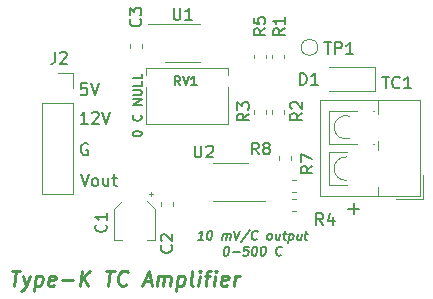
<source format=gbr>
%TF.GenerationSoftware,KiCad,Pcbnew,5.1.6-c6e7f7d~87~ubuntu18.04.1*%
%TF.CreationDate,2021-12-04T00:40:26-08:00*%
%TF.ProjectId,thermocouple-amp,74686572-6d6f-4636-9f75-706c652d616d,rev?*%
%TF.SameCoordinates,Original*%
%TF.FileFunction,Legend,Top*%
%TF.FilePolarity,Positive*%
%FSLAX46Y46*%
G04 Gerber Fmt 4.6, Leading zero omitted, Abs format (unit mm)*
G04 Created by KiCad (PCBNEW 5.1.6-c6e7f7d~87~ubuntu18.04.1) date 2021-12-04 00:40:26*
%MOMM*%
%LPD*%
G01*
G04 APERTURE LIST*
%ADD10C,0.127000*%
%ADD11C,0.190500*%
%ADD12C,0.150000*%
%ADD13C,0.228600*%
%ADD14C,0.120000*%
G04 APERTURE END LIST*
D10*
X151220714Y-96647000D02*
X151220714Y-96574428D01*
X151257000Y-96501857D01*
X151293285Y-96465571D01*
X151365857Y-96429285D01*
X151511000Y-96393000D01*
X151692428Y-96393000D01*
X151837571Y-96429285D01*
X151910142Y-96465571D01*
X151946428Y-96501857D01*
X151982714Y-96574428D01*
X151982714Y-96647000D01*
X151946428Y-96719571D01*
X151910142Y-96755857D01*
X151837571Y-96792142D01*
X151692428Y-96828428D01*
X151511000Y-96828428D01*
X151365857Y-96792142D01*
X151293285Y-96755857D01*
X151257000Y-96719571D01*
X151220714Y-96647000D01*
X151910142Y-95050428D02*
X151946428Y-95086714D01*
X151982714Y-95195571D01*
X151982714Y-95268142D01*
X151946428Y-95377000D01*
X151873857Y-95449571D01*
X151801285Y-95485857D01*
X151656142Y-95522142D01*
X151547285Y-95522142D01*
X151402142Y-95485857D01*
X151329571Y-95449571D01*
X151257000Y-95377000D01*
X151220714Y-95268142D01*
X151220714Y-95195571D01*
X151257000Y-95086714D01*
X151293285Y-95050428D01*
X151982714Y-94143285D02*
X151220714Y-94143285D01*
X151982714Y-93707857D01*
X151220714Y-93707857D01*
X151220714Y-93345000D02*
X151837571Y-93345000D01*
X151910142Y-93308714D01*
X151946428Y-93272428D01*
X151982714Y-93199857D01*
X151982714Y-93054714D01*
X151946428Y-92982142D01*
X151910142Y-92945857D01*
X151837571Y-92909571D01*
X151220714Y-92909571D01*
X151982714Y-92183857D02*
X151982714Y-92546714D01*
X151220714Y-92546714D01*
X151982714Y-91567000D02*
X151982714Y-91929857D01*
X151220714Y-91929857D01*
D11*
X169442190Y-102960714D02*
X170409809Y-102960714D01*
X169926000Y-103444523D02*
X169926000Y-102476904D01*
X157179905Y-105595964D02*
X156744477Y-105595964D01*
X156962191Y-105595964D02*
X157057441Y-104833964D01*
X156971262Y-104942821D01*
X156889620Y-105015392D01*
X156812512Y-105051678D01*
X157746870Y-104833964D02*
X157819441Y-104833964D01*
X157887477Y-104870250D01*
X157919227Y-104906535D01*
X157946441Y-104979107D01*
X157964584Y-105124250D01*
X157941905Y-105305678D01*
X157887477Y-105450821D01*
X157842120Y-105523392D01*
X157801298Y-105559678D01*
X157724191Y-105595964D01*
X157651620Y-105595964D01*
X157583584Y-105559678D01*
X157551834Y-105523392D01*
X157524620Y-105450821D01*
X157506477Y-105305678D01*
X157529155Y-105124250D01*
X157583584Y-104979107D01*
X157628941Y-104906535D01*
X157669762Y-104870250D01*
X157746870Y-104833964D01*
X158812762Y-105595964D02*
X158876262Y-105087964D01*
X158867191Y-105160535D02*
X158908012Y-105124250D01*
X158985120Y-105087964D01*
X159093977Y-105087964D01*
X159162012Y-105124250D01*
X159189227Y-105196821D01*
X159139334Y-105595964D01*
X159189227Y-105196821D02*
X159234584Y-105124250D01*
X159311691Y-105087964D01*
X159420548Y-105087964D01*
X159488584Y-105124250D01*
X159515798Y-105196821D01*
X159465905Y-105595964D01*
X159815155Y-104833964D02*
X159973905Y-105595964D01*
X160323155Y-104833964D01*
X161125977Y-104797678D02*
X160350370Y-105777392D01*
X161724691Y-105523392D02*
X161683870Y-105559678D01*
X161570477Y-105595964D01*
X161497905Y-105595964D01*
X161393584Y-105559678D01*
X161330084Y-105487107D01*
X161302870Y-105414535D01*
X161284727Y-105269392D01*
X161298334Y-105160535D01*
X161352762Y-105015392D01*
X161398120Y-104942821D01*
X161479762Y-104870250D01*
X161593155Y-104833964D01*
X161665727Y-104833964D01*
X161770048Y-104870250D01*
X161801798Y-104906535D01*
X162731620Y-105595964D02*
X162663584Y-105559678D01*
X162631834Y-105523392D01*
X162604620Y-105450821D01*
X162631834Y-105233107D01*
X162677191Y-105160535D01*
X162718012Y-105124250D01*
X162795120Y-105087964D01*
X162903977Y-105087964D01*
X162972012Y-105124250D01*
X163003762Y-105160535D01*
X163030977Y-105233107D01*
X163003762Y-105450821D01*
X162958405Y-105523392D01*
X162917584Y-105559678D01*
X162840477Y-105595964D01*
X162731620Y-105595964D01*
X163702262Y-105087964D02*
X163638762Y-105595964D01*
X163375691Y-105087964D02*
X163325798Y-105487107D01*
X163353012Y-105559678D01*
X163421048Y-105595964D01*
X163529905Y-105595964D01*
X163607012Y-105559678D01*
X163647834Y-105523392D01*
X163956262Y-105087964D02*
X164246548Y-105087964D01*
X164096870Y-104833964D02*
X164015227Y-105487107D01*
X164042441Y-105559678D01*
X164110477Y-105595964D01*
X164183048Y-105595964D01*
X164500548Y-105087964D02*
X164405298Y-105849964D01*
X164496012Y-105124250D02*
X164573120Y-105087964D01*
X164718262Y-105087964D01*
X164786298Y-105124250D01*
X164818048Y-105160535D01*
X164845262Y-105233107D01*
X164818048Y-105450821D01*
X164772691Y-105523392D01*
X164731870Y-105559678D01*
X164654762Y-105595964D01*
X164509620Y-105595964D01*
X164441584Y-105559678D01*
X165516548Y-105087964D02*
X165453048Y-105595964D01*
X165189977Y-105087964D02*
X165140084Y-105487107D01*
X165167298Y-105559678D01*
X165235334Y-105595964D01*
X165344191Y-105595964D01*
X165421298Y-105559678D01*
X165462120Y-105523392D01*
X165770548Y-105087964D02*
X166060834Y-105087964D01*
X165911155Y-104833964D02*
X165829512Y-105487107D01*
X165856727Y-105559678D01*
X165924762Y-105595964D01*
X165997334Y-105595964D01*
X159162012Y-106167464D02*
X159234584Y-106167464D01*
X159302620Y-106203750D01*
X159334370Y-106240035D01*
X159361584Y-106312607D01*
X159379727Y-106457750D01*
X159357048Y-106639178D01*
X159302620Y-106784321D01*
X159257262Y-106856892D01*
X159216441Y-106893178D01*
X159139334Y-106929464D01*
X159066762Y-106929464D01*
X158998727Y-106893178D01*
X158966977Y-106856892D01*
X158939762Y-106784321D01*
X158921620Y-106639178D01*
X158944298Y-106457750D01*
X158998727Y-106312607D01*
X159044084Y-106240035D01*
X159084905Y-106203750D01*
X159162012Y-106167464D01*
X159683620Y-106639178D02*
X160264191Y-106639178D01*
X161048870Y-106167464D02*
X160686012Y-106167464D01*
X160604370Y-106530321D01*
X160645191Y-106494035D01*
X160722298Y-106457750D01*
X160903727Y-106457750D01*
X160971762Y-106494035D01*
X161003512Y-106530321D01*
X161030727Y-106602892D01*
X161008048Y-106784321D01*
X160962691Y-106856892D01*
X160921870Y-106893178D01*
X160844762Y-106929464D01*
X160663334Y-106929464D01*
X160595298Y-106893178D01*
X160563548Y-106856892D01*
X161556870Y-106167464D02*
X161629441Y-106167464D01*
X161697477Y-106203750D01*
X161729227Y-106240035D01*
X161756441Y-106312607D01*
X161774584Y-106457750D01*
X161751905Y-106639178D01*
X161697477Y-106784321D01*
X161652120Y-106856892D01*
X161611298Y-106893178D01*
X161534191Y-106929464D01*
X161461620Y-106929464D01*
X161393584Y-106893178D01*
X161361834Y-106856892D01*
X161334620Y-106784321D01*
X161316477Y-106639178D01*
X161339155Y-106457750D01*
X161393584Y-106312607D01*
X161438941Y-106240035D01*
X161479762Y-106203750D01*
X161556870Y-106167464D01*
X162282584Y-106167464D02*
X162355155Y-106167464D01*
X162423191Y-106203750D01*
X162454941Y-106240035D01*
X162482155Y-106312607D01*
X162500298Y-106457750D01*
X162477620Y-106639178D01*
X162423191Y-106784321D01*
X162377834Y-106856892D01*
X162337012Y-106893178D01*
X162259905Y-106929464D01*
X162187334Y-106929464D01*
X162119298Y-106893178D01*
X162087548Y-106856892D01*
X162060334Y-106784321D01*
X162042191Y-106639178D01*
X162064870Y-106457750D01*
X162119298Y-106312607D01*
X162164655Y-106240035D01*
X162205477Y-106203750D01*
X162282584Y-106167464D01*
X163792977Y-106856892D02*
X163752155Y-106893178D01*
X163638762Y-106929464D01*
X163566191Y-106929464D01*
X163461870Y-106893178D01*
X163398370Y-106820607D01*
X163371155Y-106748035D01*
X163353012Y-106602892D01*
X163366620Y-106494035D01*
X163421048Y-106348892D01*
X163466405Y-106276321D01*
X163548048Y-106203750D01*
X163661441Y-106167464D01*
X163734012Y-106167464D01*
X163838334Y-106203750D01*
X163870084Y-106240035D01*
D12*
X147404104Y-97467800D02*
X147308866Y-97420180D01*
X147166009Y-97420180D01*
X147023152Y-97467800D01*
X146927914Y-97563038D01*
X146880295Y-97658276D01*
X146832676Y-97848752D01*
X146832676Y-97991609D01*
X146880295Y-98182085D01*
X146927914Y-98277323D01*
X147023152Y-98372561D01*
X147166009Y-98420180D01*
X147261247Y-98420180D01*
X147404104Y-98372561D01*
X147451723Y-98324942D01*
X147451723Y-97991609D01*
X147261247Y-97991609D01*
X147412152Y-95753180D02*
X146840723Y-95753180D01*
X147126438Y-95753180D02*
X147126438Y-94753180D01*
X147031200Y-94896038D01*
X146935961Y-94991276D01*
X146840723Y-95038895D01*
X147793104Y-94848419D02*
X147840723Y-94800800D01*
X147935961Y-94753180D01*
X148174057Y-94753180D01*
X148269295Y-94800800D01*
X148316914Y-94848419D01*
X148364533Y-94943657D01*
X148364533Y-95038895D01*
X148316914Y-95181752D01*
X147745485Y-95753180D01*
X148364533Y-95753180D01*
X148650247Y-94753180D02*
X148983580Y-95753180D01*
X149316914Y-94753180D01*
D13*
X140974482Y-108194323D02*
X141700197Y-108194323D01*
X141178589Y-109464323D02*
X141337339Y-108194323D01*
X141949661Y-108617657D02*
X142146208Y-109464323D01*
X142554423Y-108617657D02*
X142146208Y-109464323D01*
X141987458Y-109766704D01*
X141919423Y-109827180D01*
X141790911Y-109887657D01*
X143038232Y-108617657D02*
X142879482Y-109887657D01*
X143030673Y-108678133D02*
X143159185Y-108617657D01*
X143401089Y-108617657D01*
X143514482Y-108678133D01*
X143567399Y-108738609D01*
X143612756Y-108859561D01*
X143567399Y-109222419D01*
X143491804Y-109343371D01*
X143423768Y-109403847D01*
X143295256Y-109464323D01*
X143053351Y-109464323D01*
X142939958Y-109403847D01*
X144572816Y-109403847D02*
X144444304Y-109464323D01*
X144202399Y-109464323D01*
X144089006Y-109403847D01*
X144043649Y-109282895D01*
X144104125Y-108799085D01*
X144179720Y-108678133D01*
X144308232Y-108617657D01*
X144550137Y-108617657D01*
X144663530Y-108678133D01*
X144708887Y-108799085D01*
X144693768Y-108920038D01*
X144073887Y-109040990D01*
X145230494Y-108980514D02*
X146198113Y-108980514D01*
X146742399Y-109464323D02*
X146901149Y-108194323D01*
X147468113Y-109464323D02*
X147014542Y-108738609D01*
X147626863Y-108194323D02*
X146810435Y-108920038D01*
X148957339Y-108194323D02*
X149683054Y-108194323D01*
X149161447Y-109464323D02*
X149320197Y-108194323D01*
X150688470Y-109343371D02*
X150620435Y-109403847D01*
X150431447Y-109464323D01*
X150310494Y-109464323D01*
X150136625Y-109403847D01*
X150030792Y-109282895D01*
X149985435Y-109161942D01*
X149955197Y-108920038D01*
X149977875Y-108738609D01*
X150068589Y-108496704D01*
X150144185Y-108375752D01*
X150280256Y-108254800D01*
X150469244Y-108194323D01*
X150590197Y-108194323D01*
X150764066Y-108254800D01*
X150816982Y-108315276D01*
X152170137Y-109101466D02*
X152774899Y-109101466D01*
X152003828Y-109464323D02*
X152585911Y-108194323D01*
X152850494Y-109464323D01*
X153273828Y-109464323D02*
X153379661Y-108617657D01*
X153364542Y-108738609D02*
X153432578Y-108678133D01*
X153561089Y-108617657D01*
X153742518Y-108617657D01*
X153855911Y-108678133D01*
X153901268Y-108799085D01*
X153818113Y-109464323D01*
X153901268Y-108799085D02*
X153976863Y-108678133D01*
X154105375Y-108617657D01*
X154286804Y-108617657D01*
X154400197Y-108678133D01*
X154445554Y-108799085D01*
X154362399Y-109464323D01*
X155072994Y-108617657D02*
X154914244Y-109887657D01*
X155065435Y-108678133D02*
X155193947Y-108617657D01*
X155435851Y-108617657D01*
X155549244Y-108678133D01*
X155602161Y-108738609D01*
X155647518Y-108859561D01*
X155602161Y-109222419D01*
X155526566Y-109343371D01*
X155458530Y-109403847D01*
X155330018Y-109464323D01*
X155088113Y-109464323D01*
X154974720Y-109403847D01*
X156297637Y-109464323D02*
X156184244Y-109403847D01*
X156138887Y-109282895D01*
X156274958Y-108194323D01*
X156781447Y-109464323D02*
X156887280Y-108617657D01*
X156940197Y-108194323D02*
X156872161Y-108254800D01*
X156925078Y-108315276D01*
X156993113Y-108254800D01*
X156940197Y-108194323D01*
X156925078Y-108315276D01*
X157310613Y-108617657D02*
X157794423Y-108617657D01*
X157386208Y-109464323D02*
X157522280Y-108375752D01*
X157597875Y-108254800D01*
X157726387Y-108194323D01*
X157847339Y-108194323D01*
X158111923Y-109464323D02*
X158217756Y-108617657D01*
X158270673Y-108194323D02*
X158202637Y-108254800D01*
X158255554Y-108315276D01*
X158323589Y-108254800D01*
X158270673Y-108194323D01*
X158255554Y-108315276D01*
X159208054Y-109403847D02*
X159079542Y-109464323D01*
X158837637Y-109464323D01*
X158724244Y-109403847D01*
X158678887Y-109282895D01*
X158739363Y-108799085D01*
X158814958Y-108678133D01*
X158943470Y-108617657D01*
X159185375Y-108617657D01*
X159298768Y-108678133D01*
X159344125Y-108799085D01*
X159329006Y-108920038D01*
X158709125Y-109040990D01*
X159805256Y-109464323D02*
X159911089Y-108617657D01*
X159880851Y-108859561D02*
X159956447Y-108738609D01*
X160024482Y-108678133D01*
X160152994Y-108617657D01*
X160273947Y-108617657D01*
D12*
X147332723Y-92340180D02*
X146856533Y-92340180D01*
X146808914Y-92816371D01*
X146856533Y-92768752D01*
X146951771Y-92721133D01*
X147189866Y-92721133D01*
X147285104Y-92768752D01*
X147332723Y-92816371D01*
X147380342Y-92911609D01*
X147380342Y-93149704D01*
X147332723Y-93244942D01*
X147285104Y-93292561D01*
X147189866Y-93340180D01*
X146951771Y-93340180D01*
X146856533Y-93292561D01*
X146808914Y-93244942D01*
X147666057Y-92340180D02*
X147999390Y-93340180D01*
X148332723Y-92340180D01*
X146812190Y-100036380D02*
X147145523Y-101036380D01*
X147478857Y-100036380D01*
X147955047Y-101036380D02*
X147859809Y-100988761D01*
X147812190Y-100941142D01*
X147764571Y-100845904D01*
X147764571Y-100560190D01*
X147812190Y-100464952D01*
X147859809Y-100417333D01*
X147955047Y-100369714D01*
X148097904Y-100369714D01*
X148193142Y-100417333D01*
X148240761Y-100464952D01*
X148288380Y-100560190D01*
X148288380Y-100845904D01*
X148240761Y-100941142D01*
X148193142Y-100988761D01*
X148097904Y-101036380D01*
X147955047Y-101036380D01*
X149145523Y-100369714D02*
X149145523Y-101036380D01*
X148716952Y-100369714D02*
X148716952Y-100893523D01*
X148764571Y-100988761D01*
X148859809Y-101036380D01*
X149002666Y-101036380D01*
X149097904Y-100988761D01*
X149145523Y-100941142D01*
X149478857Y-100369714D02*
X149859809Y-100369714D01*
X149621714Y-100036380D02*
X149621714Y-100893523D01*
X149669333Y-100988761D01*
X149764571Y-101036380D01*
X149859809Y-101036380D01*
D14*
%TO.C,U1*%
X155448000Y-90560800D02*
X156948000Y-90560800D01*
X155448000Y-90560800D02*
X153948000Y-90560800D01*
X155448000Y-87340800D02*
X156948000Y-87340800D01*
X155448000Y-87340800D02*
X152523000Y-87340800D01*
%TO.C,U2*%
X159512000Y-99101000D02*
X158012000Y-99101000D01*
X159512000Y-99101000D02*
X161012000Y-99101000D01*
X159512000Y-102321000D02*
X158012000Y-102321000D01*
X159512000Y-102321000D02*
X162437000Y-102321000D01*
%TO.C,TP1*%
X166892200Y-89306400D02*
G75*
G03*
X166892200Y-89306400I-700000J0D01*
G01*
%TO.C,TC1*%
X169608033Y-97007915D02*
G75*
G02*
X169607800Y-95128000I-342233J939915D01*
G01*
X169336366Y-100565890D02*
G75*
G02*
X169334800Y-98570000I-70566J997890D01*
G01*
X171966800Y-101878000D02*
X171966800Y-101108000D01*
X171966800Y-98028000D02*
X171966800Y-97201000D01*
X171966800Y-94934000D02*
X171966800Y-93758000D01*
X167105800Y-101878000D02*
X167105800Y-93758000D01*
X175525800Y-101878000D02*
X175525800Y-93758000D01*
X167105800Y-101878000D02*
X175525800Y-101878000D01*
X167105800Y-93758000D02*
X175525800Y-93758000D01*
X167865800Y-100968000D02*
X167865800Y-98168000D01*
X167865800Y-100968000D02*
X169325800Y-100968000D01*
X167865800Y-98168000D02*
X169325800Y-98168000D01*
X167865800Y-97468000D02*
X167865800Y-94668000D01*
X171615800Y-97468000D02*
X171615800Y-97467000D01*
X171615800Y-94668000D02*
X171615800Y-94668000D01*
X167865800Y-97468000D02*
X170176800Y-97468000D01*
X171554800Y-97468000D02*
X171615800Y-97468000D01*
X167865800Y-94668000D02*
X170176800Y-94668000D01*
X171554800Y-94668000D02*
X171615800Y-94668000D01*
X173525800Y-102118000D02*
X175765800Y-102118000D01*
X175765800Y-102118000D02*
X175765800Y-100118000D01*
%TO.C,R8*%
X163574000Y-98841779D02*
X163574000Y-98516221D01*
X164594000Y-98841779D02*
X164594000Y-98516221D01*
%TO.C,R7*%
X165034179Y-101551200D02*
X164708621Y-101551200D01*
X165034179Y-100531200D02*
X164708621Y-100531200D01*
%TO.C,R5*%
X161491200Y-90231179D02*
X161491200Y-89905621D01*
X162511200Y-90231179D02*
X162511200Y-89905621D01*
%TO.C,R4*%
X164734021Y-102106000D02*
X165059579Y-102106000D01*
X164734021Y-103126000D02*
X165059579Y-103126000D01*
%TO.C,R3*%
X162511200Y-94579221D02*
X162511200Y-94904779D01*
X161491200Y-94579221D02*
X161491200Y-94904779D01*
%TO.C,R2*%
X163040600Y-94904779D02*
X163040600Y-94579221D01*
X164060600Y-94904779D02*
X164060600Y-94579221D01*
%TO.C,R1*%
X163015200Y-90231179D02*
X163015200Y-89905621D01*
X164035200Y-90231179D02*
X164035200Y-89905621D01*
%TO.C,D1*%
X171718800Y-92998800D02*
X171718800Y-90998800D01*
X171718800Y-90998800D02*
X167818800Y-90998800D01*
X171718800Y-92998800D02*
X167818800Y-92998800D01*
%TO.C,C2*%
X153591800Y-102727979D02*
X153591800Y-102402421D01*
X154611800Y-102727979D02*
X154611800Y-102402421D01*
%TO.C,C1*%
X149598600Y-105646000D02*
X150298600Y-105646000D01*
X153118600Y-105646000D02*
X152418600Y-105646000D01*
X153118600Y-103015437D02*
X153118600Y-105646000D01*
X149598600Y-103015437D02*
X149598600Y-105646000D01*
X152418600Y-102315437D02*
X153118600Y-103015437D01*
X150298600Y-102315437D02*
X149598600Y-103015437D01*
X152793600Y-101511000D02*
X152793600Y-101886000D01*
X152981100Y-101698500D02*
X152606100Y-101698500D01*
%TO.C,RV1*%
X159329400Y-92646200D02*
X159329400Y-95751200D01*
X159329400Y-91011200D02*
X159329400Y-91656200D01*
X152379400Y-92646200D02*
X152379400Y-95751200D01*
X152379400Y-91011200D02*
X152379400Y-91656200D01*
X152379400Y-95751200D02*
X159329400Y-95751200D01*
X152379400Y-91011200D02*
X159329400Y-91011200D01*
%TO.C,C3*%
X150950200Y-89367579D02*
X150950200Y-89042021D01*
X151970200Y-89367579D02*
X151970200Y-89042021D01*
%TO.C,J2*%
X144856200Y-91430800D02*
X146186200Y-91430800D01*
X146186200Y-91430800D02*
X146186200Y-92760800D01*
X146186200Y-94030800D02*
X146186200Y-101710800D01*
X143526200Y-101710800D02*
X146186200Y-101710800D01*
X143526200Y-94030800D02*
X143526200Y-101710800D01*
X143526200Y-94030800D02*
X146186200Y-94030800D01*
%TO.C,U1*%
D12*
X154686095Y-85953180D02*
X154686095Y-86762704D01*
X154733714Y-86857942D01*
X154781333Y-86905561D01*
X154876571Y-86953180D01*
X155067047Y-86953180D01*
X155162285Y-86905561D01*
X155209904Y-86857942D01*
X155257523Y-86762704D01*
X155257523Y-85953180D01*
X156257523Y-86953180D02*
X155686095Y-86953180D01*
X155971809Y-86953180D02*
X155971809Y-85953180D01*
X155876571Y-86096038D01*
X155781333Y-86191276D01*
X155686095Y-86238895D01*
%TO.C,U2*%
X156464095Y-97623380D02*
X156464095Y-98432904D01*
X156511714Y-98528142D01*
X156559333Y-98575761D01*
X156654571Y-98623380D01*
X156845047Y-98623380D01*
X156940285Y-98575761D01*
X156987904Y-98528142D01*
X157035523Y-98432904D01*
X157035523Y-97623380D01*
X157464095Y-97718619D02*
X157511714Y-97671000D01*
X157606952Y-97623380D01*
X157845047Y-97623380D01*
X157940285Y-97671000D01*
X157987904Y-97718619D01*
X158035523Y-97813857D01*
X158035523Y-97909095D01*
X157987904Y-98051952D01*
X157416476Y-98623380D01*
X158035523Y-98623380D01*
%TO.C,TP1*%
X167444895Y-88860380D02*
X168016323Y-88860380D01*
X167730609Y-89860380D02*
X167730609Y-88860380D01*
X168349657Y-89860380D02*
X168349657Y-88860380D01*
X168730609Y-88860380D01*
X168825847Y-88908000D01*
X168873466Y-88955619D01*
X168921085Y-89050857D01*
X168921085Y-89193714D01*
X168873466Y-89288952D01*
X168825847Y-89336571D01*
X168730609Y-89384190D01*
X168349657Y-89384190D01*
X169873466Y-89860380D02*
X169302038Y-89860380D01*
X169587752Y-89860380D02*
X169587752Y-88860380D01*
X169492514Y-89003238D01*
X169397276Y-89098476D01*
X169302038Y-89146095D01*
%TO.C,TC1*%
X172347095Y-91781380D02*
X172918523Y-91781380D01*
X172632809Y-92781380D02*
X172632809Y-91781380D01*
X173823285Y-92686142D02*
X173775666Y-92733761D01*
X173632809Y-92781380D01*
X173537571Y-92781380D01*
X173394714Y-92733761D01*
X173299476Y-92638523D01*
X173251857Y-92543285D01*
X173204238Y-92352809D01*
X173204238Y-92209952D01*
X173251857Y-92019476D01*
X173299476Y-91924238D01*
X173394714Y-91829000D01*
X173537571Y-91781380D01*
X173632809Y-91781380D01*
X173775666Y-91829000D01*
X173823285Y-91876619D01*
X174775666Y-92781380D02*
X174204238Y-92781380D01*
X174489952Y-92781380D02*
X174489952Y-91781380D01*
X174394714Y-91924238D01*
X174299476Y-92019476D01*
X174204238Y-92067095D01*
%TO.C,R8*%
X161885333Y-98369380D02*
X161552000Y-97893190D01*
X161313904Y-98369380D02*
X161313904Y-97369380D01*
X161694857Y-97369380D01*
X161790095Y-97417000D01*
X161837714Y-97464619D01*
X161885333Y-97559857D01*
X161885333Y-97702714D01*
X161837714Y-97797952D01*
X161790095Y-97845571D01*
X161694857Y-97893190D01*
X161313904Y-97893190D01*
X162456761Y-97797952D02*
X162361523Y-97750333D01*
X162313904Y-97702714D01*
X162266285Y-97607476D01*
X162266285Y-97559857D01*
X162313904Y-97464619D01*
X162361523Y-97417000D01*
X162456761Y-97369380D01*
X162647238Y-97369380D01*
X162742476Y-97417000D01*
X162790095Y-97464619D01*
X162837714Y-97559857D01*
X162837714Y-97607476D01*
X162790095Y-97702714D01*
X162742476Y-97750333D01*
X162647238Y-97797952D01*
X162456761Y-97797952D01*
X162361523Y-97845571D01*
X162313904Y-97893190D01*
X162266285Y-97988428D01*
X162266285Y-98178904D01*
X162313904Y-98274142D01*
X162361523Y-98321761D01*
X162456761Y-98369380D01*
X162647238Y-98369380D01*
X162742476Y-98321761D01*
X162790095Y-98274142D01*
X162837714Y-98178904D01*
X162837714Y-97988428D01*
X162790095Y-97893190D01*
X162742476Y-97845571D01*
X162647238Y-97797952D01*
%TO.C,R7*%
X166441380Y-99353666D02*
X165965190Y-99687000D01*
X166441380Y-99925095D02*
X165441380Y-99925095D01*
X165441380Y-99544142D01*
X165489000Y-99448904D01*
X165536619Y-99401285D01*
X165631857Y-99353666D01*
X165774714Y-99353666D01*
X165869952Y-99401285D01*
X165917571Y-99448904D01*
X165965190Y-99544142D01*
X165965190Y-99925095D01*
X165441380Y-99020333D02*
X165441380Y-98353666D01*
X166441380Y-98782238D01*
%TO.C,R5*%
X162453580Y-87695066D02*
X161977390Y-88028400D01*
X162453580Y-88266495D02*
X161453580Y-88266495D01*
X161453580Y-87885542D01*
X161501200Y-87790304D01*
X161548819Y-87742685D01*
X161644057Y-87695066D01*
X161786914Y-87695066D01*
X161882152Y-87742685D01*
X161929771Y-87790304D01*
X161977390Y-87885542D01*
X161977390Y-88266495D01*
X161453580Y-86790304D02*
X161453580Y-87266495D01*
X161929771Y-87314114D01*
X161882152Y-87266495D01*
X161834533Y-87171257D01*
X161834533Y-86933161D01*
X161882152Y-86837923D01*
X161929771Y-86790304D01*
X162025009Y-86742685D01*
X162263104Y-86742685D01*
X162358342Y-86790304D01*
X162405961Y-86837923D01*
X162453580Y-86933161D01*
X162453580Y-87171257D01*
X162405961Y-87266495D01*
X162358342Y-87314114D01*
%TO.C,R4*%
X167346333Y-104338380D02*
X167013000Y-103862190D01*
X166774904Y-104338380D02*
X166774904Y-103338380D01*
X167155857Y-103338380D01*
X167251095Y-103386000D01*
X167298714Y-103433619D01*
X167346333Y-103528857D01*
X167346333Y-103671714D01*
X167298714Y-103766952D01*
X167251095Y-103814571D01*
X167155857Y-103862190D01*
X166774904Y-103862190D01*
X168203476Y-103671714D02*
X168203476Y-104338380D01*
X167965380Y-103290761D02*
X167727285Y-104005047D01*
X168346333Y-104005047D01*
%TO.C,R3*%
X161056580Y-94908666D02*
X160580390Y-95242000D01*
X161056580Y-95480095D02*
X160056580Y-95480095D01*
X160056580Y-95099142D01*
X160104200Y-95003904D01*
X160151819Y-94956285D01*
X160247057Y-94908666D01*
X160389914Y-94908666D01*
X160485152Y-94956285D01*
X160532771Y-95003904D01*
X160580390Y-95099142D01*
X160580390Y-95480095D01*
X160056580Y-94575333D02*
X160056580Y-93956285D01*
X160437533Y-94289619D01*
X160437533Y-94146761D01*
X160485152Y-94051523D01*
X160532771Y-94003904D01*
X160628009Y-93956285D01*
X160866104Y-93956285D01*
X160961342Y-94003904D01*
X161008961Y-94051523D01*
X161056580Y-94146761D01*
X161056580Y-94432476D01*
X161008961Y-94527714D01*
X160961342Y-94575333D01*
%TO.C,R2*%
X165577780Y-94857866D02*
X165101590Y-95191200D01*
X165577780Y-95429295D02*
X164577780Y-95429295D01*
X164577780Y-95048342D01*
X164625400Y-94953104D01*
X164673019Y-94905485D01*
X164768257Y-94857866D01*
X164911114Y-94857866D01*
X165006352Y-94905485D01*
X165053971Y-94953104D01*
X165101590Y-95048342D01*
X165101590Y-95429295D01*
X164673019Y-94476914D02*
X164625400Y-94429295D01*
X164577780Y-94334057D01*
X164577780Y-94095961D01*
X164625400Y-94000723D01*
X164673019Y-93953104D01*
X164768257Y-93905485D01*
X164863495Y-93905485D01*
X165006352Y-93953104D01*
X165577780Y-94524533D01*
X165577780Y-93905485D01*
%TO.C,R1*%
X164104580Y-87695066D02*
X163628390Y-88028400D01*
X164104580Y-88266495D02*
X163104580Y-88266495D01*
X163104580Y-87885542D01*
X163152200Y-87790304D01*
X163199819Y-87742685D01*
X163295057Y-87695066D01*
X163437914Y-87695066D01*
X163533152Y-87742685D01*
X163580771Y-87790304D01*
X163628390Y-87885542D01*
X163628390Y-88266495D01*
X164104580Y-86742685D02*
X164104580Y-87314114D01*
X164104580Y-87028400D02*
X163104580Y-87028400D01*
X163247438Y-87123638D01*
X163342676Y-87218876D01*
X163390295Y-87314114D01*
%TO.C,D1*%
X165377904Y-92476580D02*
X165377904Y-91476580D01*
X165616000Y-91476580D01*
X165758857Y-91524200D01*
X165854095Y-91619438D01*
X165901714Y-91714676D01*
X165949333Y-91905152D01*
X165949333Y-92048009D01*
X165901714Y-92238485D01*
X165854095Y-92333723D01*
X165758857Y-92428961D01*
X165616000Y-92476580D01*
X165377904Y-92476580D01*
X166901714Y-92476580D02*
X166330285Y-92476580D01*
X166616000Y-92476580D02*
X166616000Y-91476580D01*
X166520761Y-91619438D01*
X166425523Y-91714676D01*
X166330285Y-91762295D01*
%TO.C,C2*%
X154484342Y-106059266D02*
X154531961Y-106106885D01*
X154579580Y-106249742D01*
X154579580Y-106344980D01*
X154531961Y-106487838D01*
X154436723Y-106583076D01*
X154341485Y-106630695D01*
X154151009Y-106678314D01*
X154008152Y-106678314D01*
X153817676Y-106630695D01*
X153722438Y-106583076D01*
X153627200Y-106487838D01*
X153579580Y-106344980D01*
X153579580Y-106249742D01*
X153627200Y-106106885D01*
X153674819Y-106059266D01*
X153674819Y-105678314D02*
X153627200Y-105630695D01*
X153579580Y-105535457D01*
X153579580Y-105297361D01*
X153627200Y-105202123D01*
X153674819Y-105154504D01*
X153770057Y-105106885D01*
X153865295Y-105106885D01*
X154008152Y-105154504D01*
X154579580Y-105725933D01*
X154579580Y-105106885D01*
%TO.C,C1*%
X148947142Y-104306666D02*
X148994761Y-104354285D01*
X149042380Y-104497142D01*
X149042380Y-104592380D01*
X148994761Y-104735238D01*
X148899523Y-104830476D01*
X148804285Y-104878095D01*
X148613809Y-104925714D01*
X148470952Y-104925714D01*
X148280476Y-104878095D01*
X148185238Y-104830476D01*
X148090000Y-104735238D01*
X148042380Y-104592380D01*
X148042380Y-104497142D01*
X148090000Y-104354285D01*
X148137619Y-104306666D01*
X149042380Y-103354285D02*
X149042380Y-103925714D01*
X149042380Y-103640000D02*
X148042380Y-103640000D01*
X148185238Y-103735238D01*
X148280476Y-103830476D01*
X148328095Y-103925714D01*
%TO.C,RV1*%
X155248428Y-92495914D02*
X154994428Y-92133057D01*
X154813000Y-92495914D02*
X154813000Y-91733914D01*
X155103285Y-91733914D01*
X155175857Y-91770200D01*
X155212142Y-91806485D01*
X155248428Y-91879057D01*
X155248428Y-91987914D01*
X155212142Y-92060485D01*
X155175857Y-92096771D01*
X155103285Y-92133057D01*
X154813000Y-92133057D01*
X155466142Y-91733914D02*
X155720142Y-92495914D01*
X155974142Y-91733914D01*
X156627285Y-92495914D02*
X156191857Y-92495914D01*
X156409571Y-92495914D02*
X156409571Y-91733914D01*
X156337000Y-91842771D01*
X156264428Y-91915342D01*
X156191857Y-91951628D01*
%TO.C,C3*%
X151868142Y-86907666D02*
X151915761Y-86955285D01*
X151963380Y-87098142D01*
X151963380Y-87193380D01*
X151915761Y-87336238D01*
X151820523Y-87431476D01*
X151725285Y-87479095D01*
X151534809Y-87526714D01*
X151391952Y-87526714D01*
X151201476Y-87479095D01*
X151106238Y-87431476D01*
X151011000Y-87336238D01*
X150963380Y-87193380D01*
X150963380Y-87098142D01*
X151011000Y-86955285D01*
X151058619Y-86907666D01*
X150963380Y-86574333D02*
X150963380Y-85955285D01*
X151344333Y-86288619D01*
X151344333Y-86145761D01*
X151391952Y-86050523D01*
X151439571Y-86002904D01*
X151534809Y-85955285D01*
X151772904Y-85955285D01*
X151868142Y-86002904D01*
X151915761Y-86050523D01*
X151963380Y-86145761D01*
X151963380Y-86431476D01*
X151915761Y-86526714D01*
X151868142Y-86574333D01*
%TO.C,J2*%
X144649866Y-89673180D02*
X144649866Y-90387466D01*
X144602247Y-90530323D01*
X144507009Y-90625561D01*
X144364152Y-90673180D01*
X144268914Y-90673180D01*
X145078438Y-89768419D02*
X145126057Y-89720800D01*
X145221295Y-89673180D01*
X145459390Y-89673180D01*
X145554628Y-89720800D01*
X145602247Y-89768419D01*
X145649866Y-89863657D01*
X145649866Y-89958895D01*
X145602247Y-90101752D01*
X145030819Y-90673180D01*
X145649866Y-90673180D01*
%TD*%
M02*

</source>
